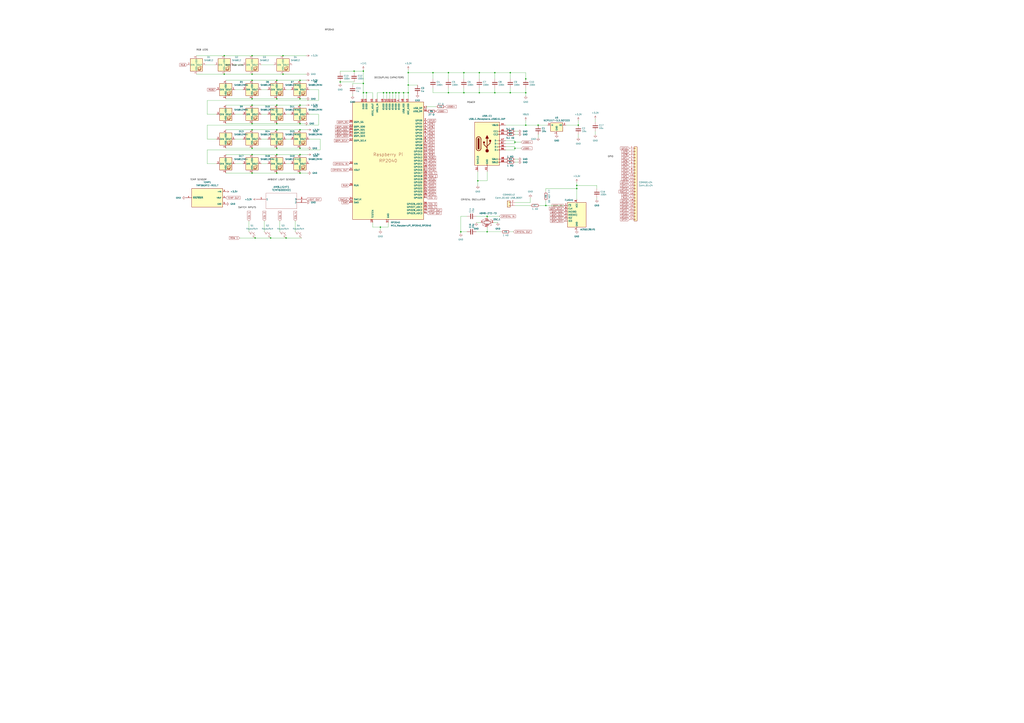
<source format=kicad_sch>
(kicad_sch (version 20231120) (generator "eeschema") (generator_version "8.0")
  (paper "A1")
  (junction (at 378.46 190.5))
  (junction (at 207.01 106.68))
  (junction (at 419.1 76.2))
  (junction (at 314.96 76.2))
  (junction (at 234.95 195.58))
  (junction (at 227.33 86.36))
  (junction (at 207.01 60.96))
  (junction (at 335.28 69.85))
  (junction (at 298.45 76.2))
  (junction (at 335.28 76.2))
  (junction (at 227.33 66.04))
  (junction (at 392.43 148.59))
  (junction (at 312.42 186.69))
  (junction (at 393.7 76.2))
  (junction (at 246.38 86.36))
  (junction (at 473.71 154.94))
  (junction (at 227.33 142.24))
  (junction (at 184.15 45.72))
  (junction (at 381 59.69))
  (junction (at 325.12 76.2))
  (junction (at 300.99 76.2))
  (junction (at 207.01 121.92))
  (junction (at 322.58 76.2))
  (junction (at 246.38 81.28))
  (junction (at 422.91 116.84))
  (junction (at 431.8 64.77))
  (junction (at 298.45 58.42))
  (junction (at 335.28 59.69))
  (junction (at 406.4 76.2))
  (junction (at 184.15 60.96))
  (junction (at 207.01 45.72))
  (junction (at 227.33 127))
  (junction (at 227.33 121.92))
  (junction (at 246.38 106.68))
  (junction (at 419.1 59.69))
  (junction (at 227.33 81.28))
  (junction (at 207.01 86.36))
  (junction (at 431.8 76.2))
  (junction (at 393.7 59.69))
  (junction (at 207.01 81.28))
  (junction (at 327.66 76.2))
  (junction (at 227.33 106.68))
  (junction (at 246.38 127))
  (junction (at 246.38 121.92))
  (junction (at 317.5 76.2))
  (junction (at 232.41 60.96))
  (junction (at 209.55 195.58))
  (junction (at 381 76.2))
  (junction (at 227.33 101.6))
  (junction (at 246.38 66.04))
  (junction (at 441.96 102.87))
  (junction (at 368.3 76.2))
  (junction (at 298.45 68.58))
  (junction (at 400.05 177.8))
  (junction (at 232.41 45.72))
  (junction (at 207.01 66.04))
  (junction (at 448.31 168.91))
  (junction (at 422.91 121.92))
  (junction (at 431.8 102.87))
  (junction (at 331.47 76.2))
  (junction (at 279.4 67.31))
  (junction (at 400.05 190.5))
  (junction (at 207.01 142.24))
  (junction (at 474.98 102.87))
  (junction (at 222.25 195.58))
  (junction (at 355.6 59.69))
  (junction (at 246.38 142.24))
  (junction (at 207.01 101.6))
  (junction (at 473.71 152.4))
  (junction (at 368.3 59.69))
  (junction (at 320.04 76.2))
  (junction (at 207.01 127))
  (junction (at 246.38 101.6))
  (junction (at 290.83 58.42))
  (junction (at 406.4 59.69))
  (wire (pts (xy 419.1 59.69) (xy 419.1 64.77)))
  (wire (pts (xy 279.4 67.31) (xy 290.83 67.31)))
  (wire (pts (xy 298.45 68.58) (xy 298.45 76.2)))
  (wire (pts (xy 207.01 142.24) (xy 227.33 142.24)))
  (wire (pts (xy 290.83 58.42) (xy 298.45 58.42)))
  (wire (pts (xy 193.04 73.66) (xy 199.39 73.66)))
  (wire (pts (xy 393.7 72.39) (xy 393.7 76.2)))
  (wire (pts (xy 488.95 107.95) (xy 488.95 110.49)))
  (wire (pts (xy 435.61 162.56) (xy 435.61 166.37)))
  (wire (pts (xy 170.18 114.3) (xy 177.8 114.3)))
  (wire (pts (xy 425.45 130.81) (xy 422.91 130.81)))
  (wire (pts (xy 325.12 76.2) (xy 327.66 76.2)))
  (wire (pts (xy 234.95 134.62) (xy 238.76 134.62)))
  (wire (pts (xy 443.23 168.91) (xy 448.31 168.91)))
  (wire (pts (xy 474.98 113.03) (xy 474.98 110.49)))
  (wire (pts (xy 246.38 121.92) (xy 252.73 121.92)))
  (wire (pts (xy 309.88 81.28) (xy 309.88 76.2)))
  (wire (pts (xy 234.95 93.98) (xy 238.76 93.98)))
  (wire (pts (xy 391.16 177.8) (xy 400.05 177.8)))
  (wire (pts (xy 298.45 57.15) (xy 298.45 58.42)))
  (wire (pts (xy 279.4 58.42) (xy 290.83 58.42)))
  (wire (pts (xy 318.77 182.88) (xy 318.77 186.69)))
  (wire (pts (xy 170.18 93.98) (xy 177.8 93.98)))
  (wire (pts (xy 214.63 53.34) (xy 224.79 53.34)))
  (wire (pts (xy 193.04 93.98) (xy 199.39 93.98)))
  (wire (pts (xy 400.05 140.97) (xy 400.05 148.59)))
  (wire (pts (xy 448.31 165.1) (xy 448.31 168.91)))
  (wire (pts (xy 261.62 82.55) (xy 170.18 82.55)))
  (wire (pts (xy 161.29 60.96) (xy 184.15 60.96)))
  (wire (pts (xy 381 72.39) (xy 381 76.2)))
  (wire (pts (xy 405.13 182.88) (xy 408.94 182.88)))
  (wire (pts (xy 419.1 72.39) (xy 419.1 76.2)))
  (wire (pts (xy 227.33 66.04) (xy 246.38 66.04)))
  (wire (pts (xy 441.96 102.87) (xy 449.58 102.87)))
  (wire (pts (xy 318.77 186.69) (xy 312.42 186.69)))
  (wire (pts (xy 306.07 81.28) (xy 306.07 76.2)))
  (wire (pts (xy 488.95 97.79) (xy 488.95 100.33)))
  (wire (pts (xy 355.6 76.2) (xy 368.3 76.2)))
  (wire (pts (xy 448.31 157.48) (xy 448.31 154.94)))
  (wire (pts (xy 368.3 59.69) (xy 381 59.69)))
  (wire (pts (xy 209.55 195.58) (xy 222.25 195.58)))
  (wire (pts (xy 246.38 101.6) (xy 250.19 101.6)))
  (wire (pts (xy 185.42 81.28) (xy 207.01 81.28)))
  (wire (pts (xy 422.91 168.91) (xy 435.61 168.91)))
  (wire (pts (xy 170.18 82.55) (xy 170.18 93.98)))
  (wire (pts (xy 184.15 60.96) (xy 207.01 60.96)))
  (wire (pts (xy 391.16 182.88) (xy 394.97 182.88)))
  (wire (pts (xy 427.99 121.92) (xy 422.91 121.92)))
  (wire (pts (xy 227.33 86.36) (xy 246.38 86.36)))
  (wire (pts (xy 368.3 76.2) (xy 381 76.2)))
  (wire (pts (xy 314.96 76.2) (xy 317.5 76.2)))
  (wire (pts (xy 431.8 102.87) (xy 441.96 102.87)))
  (wire (pts (xy 431.8 64.77) (xy 431.8 66.04)))
  (wire (pts (xy 185.42 106.68) (xy 207.01 106.68)))
  (wire (pts (xy 422.91 115.57) (xy 422.91 116.84)))
  (wire (pts (xy 331.47 76.2) (xy 335.28 76.2)))
  (wire (pts (xy 392.43 148.59) (xy 392.43 152.4)))
  (wire (pts (xy 427.99 116.84) (xy 422.91 116.84)))
  (wire (pts (xy 400.05 186.69) (xy 400.05 190.5)))
  (wire (pts (xy 193.04 134.62) (xy 199.39 134.62)))
  (wire (pts (xy 229.87 181.61) (xy 229.87 190.5)))
  (wire (pts (xy 227.33 81.28) (xy 246.38 81.28)))
  (wire (pts (xy 207.01 66.04) (xy 227.33 66.04)))
  (wire (pts (xy 214.63 134.62) (xy 219.71 134.62)))
  (wire (pts (xy 474.98 99.06) (xy 474.98 102.87)))
  (wire (pts (xy 306.07 182.88) (xy 306.07 186.69)))
  (wire (pts (xy 306.07 76.2) (xy 300.99 76.2)))
  (wire (pts (xy 431.8 99.06) (xy 431.8 102.87)))
  (wire (pts (xy 207.01 60.96) (xy 232.41 60.96)))
  (wire (pts (xy 355.6 59.69) (xy 368.3 59.69)))
  (wire (pts (xy 422.91 116.84) (xy 422.91 118.11)))
  (wire (pts (xy 234.95 114.3) (xy 238.76 114.3)))
  (wire (pts (xy 322.58 76.2) (xy 325.12 76.2)))
  (wire (pts (xy 368.3 59.69) (xy 368.3 64.77)))
  (wire (pts (xy 196.85 195.58) (xy 209.55 195.58)))
  (wire (pts (xy 262.89 123.19) (xy 170.18 123.19)))
  (wire (pts (xy 298.45 58.42) (xy 298.45 68.58)))
  (wire (pts (xy 191.77 53.34) (xy 199.39 53.34)))
  (wire (pts (xy 246.38 127) (xy 252.73 127)))
  (wire (pts (xy 490.22 163.83) (xy 490.22 162.56)))
  (wire (pts (xy 214.63 93.98) (xy 219.71 93.98)))
  (wire (pts (xy 246.38 66.04) (xy 251.46 66.04)))
  (wire (pts (xy 314.96 76.2) (xy 314.96 81.28)))
  (wire (pts (xy 473.71 152.4) (xy 473.71 154.94)))
  (wire (pts (xy 222.25 195.58) (xy 234.95 195.58)))
  (wire (pts (xy 193.04 114.3) (xy 199.39 114.3)))
  (wire (pts (xy 317.5 76.2) (xy 320.04 76.2)))
  (wire (pts (xy 415.29 102.87) (xy 431.8 102.87)))
  (wire (pts (xy 425.45 110.49) (xy 422.91 110.49)))
  (wire (pts (xy 335.28 59.69) (xy 335.28 69.85)))
  (wire (pts (xy 419.1 190.5) (xy 421.64 190.5)))
  (wire (pts (xy 335.28 76.2) (xy 335.28 81.28)))
  (wire (pts (xy 207.01 86.36) (xy 227.33 86.36)))
  (wire (pts (xy 207.01 45.72) (xy 232.41 45.72)))
  (wire (pts (xy 448.31 168.91) (xy 463.55 168.91)))
  (wire (pts (xy 378.46 177.8) (xy 378.46 190.5)))
  (wire (pts (xy 185.42 127) (xy 207.01 127)))
  (wire (pts (xy 207.01 101.6) (xy 227.33 101.6)))
  (wire (pts (xy 393.7 76.2) (xy 406.4 76.2)))
  (wire (pts (xy 298.45 68.58) (xy 289.56 68.58)))
  (wire (pts (xy 400.05 177.8) (xy 400.05 179.07)))
  (wire (pts (xy 325.12 76.2) (xy 325.12 81.28)))
  (wire (pts (xy 170.18 123.19) (xy 170.18 134.62)))
  (wire (pts (xy 214.63 73.66) (xy 219.71 73.66)))
  (wire (pts (xy 490.22 152.4) (xy 490.22 154.94)))
  (wire (pts (xy 392.43 140.97) (xy 392.43 148.59)))
  (wire (pts (xy 355.6 59.69) (xy 355.6 64.77)))
  (wire (pts (xy 242.57 181.61) (xy 242.57 190.5)))
  (wire (pts (xy 207.01 121.92) (xy 227.33 121.92)))
  (wire (pts (xy 204.47 181.61) (xy 204.47 190.5)))
  (wire (pts (xy 335.28 69.85) (xy 342.9 69.85)))
  (wire (pts (xy 312.42 189.23) (xy 312.42 186.69)))
  (wire (pts (xy 306.07 186.69) (xy 312.42 186.69)))
  (wire (pts (xy 441.96 113.03) (xy 441.96 110.49)))
  (wire (pts (xy 422.91 121.92) (xy 422.91 123.19)))
  (wire (pts (xy 254 93.98) (xy 261.62 93.98)))
  (wire (pts (xy 279.4 67.31) (xy 279.4 68.58)))
  (wire (pts (xy 207.01 106.68) (xy 227.33 106.68)))
  (wire (pts (xy 298.45 76.2) (xy 298.45 81.28)))
  (wire (pts (xy 378.46 190.5) (xy 378.46 191.77)))
  (wire (pts (xy 246.38 106.68) (xy 252.73 106.68)))
  (wire (pts (xy 290.83 58.42) (xy 290.83 59.69)))
  (wire (pts (xy 254 114.3) (xy 262.89 114.3)))
  (wire (pts (xy 448.31 154.94) (xy 473.71 154.94)))
  (wire (pts (xy 184.15 45.72) (xy 207.01 45.72)))
  (wire (pts (xy 300.99 76.2) (xy 298.45 76.2)))
  (wire (pts (xy 422.91 123.19) (xy 415.29 123.19)))
  (wire (pts (xy 185.42 86.36) (xy 207.01 86.36)))
  (wire (pts (xy 168.91 53.34) (xy 176.53 53.34)))
  (wire (pts (xy 227.33 142.24) (xy 246.38 142.24)))
  (wire (pts (xy 422.91 120.65) (xy 422.91 121.92)))
  (wire (pts (xy 415.29 115.57) (xy 422.91 115.57)))
  (wire (pts (xy 217.17 181.61) (xy 217.17 190.5)))
  (wire (pts (xy 161.29 45.72) (xy 184.15 45.72)))
  (wire (pts (xy 431.8 59.69) (xy 431.8 64.77)))
  (wire (pts (xy 431.8 72.39) (xy 431.8 76.2)))
  (wire (pts (xy 234.95 73.66) (xy 238.76 73.66)))
  (wire (pts (xy 393.7 59.69) (xy 406.4 59.69)))
  (wire (pts (xy 335.28 69.85) (xy 335.28 76.2)))
  (wire (pts (xy 327.66 76.2) (xy 331.47 76.2)))
  (wire (pts (xy 431.8 78.74) (xy 431.8 76.2)))
  (wire (pts (xy 355.6 72.39) (xy 355.6 76.2)))
  (wire (pts (xy 406.4 59.69) (xy 406.4 64.77)))
  (wire (pts (xy 391.16 190.5) (xy 400.05 190.5)))
  (wire (pts (xy 246.38 86.36) (xy 251.46 86.36)))
  (wire (pts (xy 473.71 152.4) (xy 490.22 152.4)))
  (wire (pts (xy 227.33 106.68) (xy 246.38 106.68)))
  (wire (pts (xy 246.38 142.24) (xy 252.73 142.24)))
  (wire (pts (xy 400.05 148.59) (xy 392.43 148.59)))
  (wire (pts (xy 261.62 102.87) (xy 170.18 102.87)))
  (wire (pts (xy 320.04 76.2) (xy 320.04 81.28)))
  (wire (pts (xy 415.29 120.65) (xy 422.91 120.65)))
  (wire (pts (xy 422.91 118.11) (xy 415.29 118.11)))
  (wire (pts (xy 317.5 76.2) (xy 317.5 81.28)))
  (wire (pts (xy 331.47 76.2) (xy 331.47 81.28)))
  (wire (pts (xy 289.56 68.58) (xy 289.56 69.85)))
  (wire (pts (xy 368.3 72.39) (xy 368.3 76.2)))
  (wire (pts (xy 473.71 149.86) (xy 473.71 152.4)))
  (wire (pts (xy 406.4 72.39) (xy 406.4 76.2)))
  (wire (pts (xy 279.4 58.42) (xy 279.4 59.69)))
  (wire (pts (xy 378.46 190.5) (xy 383.54 190.5)))
  (wire (pts (xy 234.95 195.58) (xy 247.65 195.58)))
  (wire (pts (xy 262.89 114.3) (xy 262.89 123.19)))
  (wire (pts (xy 381 76.2) (xy 393.7 76.2)))
  (wire (pts (xy 335.28 57.15) (xy 335.28 59.69)))
  (wire (pts (xy 464.82 102.87) (xy 474.98 102.87)))
  (wire (pts (xy 309.88 76.2) (xy 314.96 76.2)))
  (wire (pts (xy 322.58 76.2) (xy 322.58 81.28)))
  (wire (pts (xy 473.71 154.94) (xy 473.71 163.83)))
  (wire (pts (xy 350.52 87.63) (xy 350.52 88.9)))
  (wire (pts (xy 261.62 93.98) (xy 261.62 102.87)))
  (wire (pts (xy 261.62 73.66) (xy 261.62 82.55)))
  (wire (pts (xy 358.14 87.63) (xy 350.52 87.63)))
  (wire (pts (xy 327.66 76.2) (xy 327.66 81.28)))
  (wire (pts (xy 335.28 59.69) (xy 355.6 59.69)))
  (wire (pts (xy 254 73.66) (xy 261.62 73.66)))
  (wire (pts (xy 289.56 78.74) (xy 289.56 77.47)))
  (wire (pts (xy 227.33 121.92) (xy 246.38 121.92)))
  (wire (pts (xy 185.42 101.6) (xy 207.01 101.6)))
  (wire (pts (xy 383.54 177.8) (xy 378.46 177.8)))
  (wire (pts (xy 185.42 121.92) (xy 207.01 121.92)))
  (wire (pts (xy 406.4 76.2) (xy 419.1 76.2)))
  (wire (pts (xy 320.04 76.2) (xy 322.58 76.2)))
  (wire (pts (xy 170.18 134.62) (xy 177.8 134.62)))
  (wire (pts (xy 419.1 59.69) (xy 431.8 59.69)))
  (wire (pts (xy 381 59.69) (xy 381 64.77)))
  (wire (pts (xy 227.33 101.6) (xy 246.38 101.6)))
  (wire (pts (xy 406.4 59.69) (xy 419.1 59.69)))
  (wire (pts (xy 425.45 107.95) (xy 422.91 107.95)))
  (wire (pts (xy 419.1 76.2) (xy 431.8 76.2)))
  (wire (pts (xy 422.91 166.37) (xy 435.61 166.37)))
  (wire (pts (xy 207.01 127) (xy 227.33 127)))
  (wire (pts (xy 207.01 81.28) (xy 227.33 81.28)))
  (wire (pts (xy 232.41 45.72) (xy 251.46 45.72)))
  (wire (pts (xy 246.38 81.28) (xy 251.46 81.28)))
  (wire (pts (xy 381 59.69) (xy 393.7 59.69)))
  (wire (pts (xy 227.33 127) (xy 246.38 127)))
  (wire (pts (xy 214.63 114.3) (xy 219.71 114.3)))
  (wire (pts (xy 393.7 59.69) (xy 393.7 64.77)))
  (wire (pts (xy 400.05 177.8) (xy 410.21 177.8)))
  (wire (pts (xy 425.45 133.35) (xy 422.91 133.35)))
  (wire (pts (xy 232.41 60.96) (xy 251.46 60.96)))
  (wire (pts (xy 400.05 190.5) (xy 411.48 190.5)))
  (wire (pts (xy 300.99 76.2) (xy 300.99 81.28)))
  (wire (pts (xy 185.42 142.24) (xy 207.01 142.24)))
  (wire (pts (xy 170.18 102.87) (xy 170.18 114.3)))
  (wire (pts (xy 185.42 66.04) (xy 207.01 66.04)))
  (label "SWITCH INPUTS" (at 195.58 171.45 0))
  (label "GPIO" (at 499.11 129.54 0))
  (label "MINI RGB LEDS" (at 185.42 54.61 0))
  (label "TEMP SENSOR" (at 156.21 148.59 0))
  (label "RP2040" (at 266.7 25.4 0))
  (label "RGB LEDS" (at 161.29 41.91 0))
  (label "DECOUPLING CAPACITORS" (at 307.34 64.77 0))
  (label "CRYSTAL OSCILLATOR" (at 378.46 165.1 0))
  (label "FLASH" (at 416.56 148.59 0))
  (label "AMBIENT LIGHT SENSOR" (at 219.71 148.59 0))
  (label "POWER" (at 383.54 85.09 0))
  (global_label "GP8" (shape input) (at 350.52 104.14 0) (property "Intersheetrefs" "${INTERSHEET_REFS}" (effects (hide yes))))
  (global_label "GP5" (shape input) (at 516.89 134.62 180) (property "Intersheetrefs" "${INTERSHEET_REFS}" (effects (hide yes))))
  (global_label "QSPI_SD1" (shape input) (at 463.55 176.53 180) (property "Intersheetrefs" "${INTERSHEET_REFS}" (effects (hide yes))))
  (global_label "GP13" (shape input) (at 516.89 149.86 180) (property "Intersheetrefs" "${INTERSHEET_REFS}" (effects (hide yes))))
  (global_label "QSPI_SCLK" (shape input) (at 287.02 115.57 180) (property "Intersheetrefs" "${INTERSHEET_REFS}" (effects (hide yes))))
  (global_label "RGB" (shape input) (at 350.52 127 0) (property "Intersheetrefs" "${INTERSHEET_REFS}" (effects (hide yes))))
  (global_label "GP24" (shape input) (at 350.52 160.02 0) (property "Intersheetrefs" "${INTERSHEET_REFS}" (effects (hide yes))))
  (global_label "GP13" (shape input) (at 350.52 132.08 0) (property "Intersheetrefs" "${INTERSHEET_REFS}" (effects (hide yes))))
  (global_label "GP3" (shape input) (at 516.89 139.7 180) (property "Intersheetrefs" "${INTERSHEET_REFS}" (effects (hide yes))))
  (global_label "GP14" (shape input) (at 516.89 152.4 180) (property "Intersheetrefs" "${INTERSHEET_REFS}" (effects (hide yes))))
  (global_label "SWCLK" (shape input) (at 516.89 157.48 180) (property "Intersheetrefs" "${INTERSHEET_REFS}" (effects (hide yes))))
  (global_label "GP0" (shape input) (at 516.89 147.32 180) (property "Intersheetrefs" "${INTERSHEET_REFS}" (effects (hide yes))))
  (global_label "GP1" (shape input) (at 516.89 144.78 180) (property "Intersheetrefs" "${INTERSHEET_REFS}" (effects (hide yes))))
  (global_label "COL 2" (shape input) (at 217.17 181.61 90) (property "Intersheetrefs" "${INTERSHEET_REFS}" (effects (hide yes))))
  (global_label "QSPI_SD2" (shape input) (at 287.02 109.22 180) (property "Intersheetrefs" "${INTERSHEET_REFS}" (effects (hide yes))))
  (global_label "GP4" (shape input) (at 516.89 137.16 180) (property "Intersheetrefs" "${INTERSHEET_REFS}" (effects (hide yes))))
  (global_label "GP23" (shape input) (at 516.89 177.8 180) (property "Intersheetrefs" "${INTERSHEET_REFS}" (effects (hide yes))))
  (global_label "COL 4" (shape input) (at 242.57 181.61 90) (property "Intersheetrefs" "${INTERSHEET_REFS}" (effects (hide yes))))
  (global_label "GP21" (shape input) (at 350.52 152.4 0) (property "Intersheetrefs" "${INTERSHEET_REFS}" (effects (hide yes))))
  (global_label "GP23" (shape input) (at 350.52 157.48 0) (property "Intersheetrefs" "${INTERSHEET_REFS}" (effects (hide yes))))
  (global_label "QSPI_SD3" (shape input) (at 287.02 111.76 180) (property "Intersheetrefs" "${INTERSHEET_REFS}" (effects (hide yes))))
  (global_label "SWD" (shape input) (at 516.89 160.02 180) (property "Intersheetrefs" "${INTERSHEET_REFS}" (effects (hide yes))))
  (global_label "SWCLK" (shape input) (at 287.02 163.83 180) (property "Intersheetrefs" "${INTERSHEET_REFS}" (effects (hide yes))))
  (global_label "LIGHT OUT" (shape input) (at 350.52 172.72 0) (property "Intersheetrefs" "${INTERSHEET_REFS}" (effects (hide yes))))
  (global_label "GP16" (shape input) (at 516.89 165.1 180) (property "Intersheetrefs" "${INTERSHEET_REFS}" (effects (hide yes))))
  (global_label "GP2" (shape input) (at 350.52 119.38 0) (property "Intersheetrefs" "${INTERSHEET_REFS}" (effects (hide yes))))
  (global_label "GP19" (shape input) (at 516.89 167.64 180) (property "Intersheetrefs" "${INTERSHEET_REFS}" (effects (hide yes))))
  (global_label "COL 1" (shape input) (at 204.47 181.61 90) (property "Intersheetrefs" "${INTERSHEET_REFS}" (effects (hide yes))))
  (global_label "GP9" (shape input) (at 516.89 124.46 180) (property "Intersheetrefs" "${INTERSHEET_REFS}" (effects (hide yes))))
  (global_label "COL 1" (shape input) (at 350.52 142.24 0) (property "Intersheetrefs" "${INTERSHEET_REFS}" (effects (hide yes))))
  (global_label "GP3" (shape input) (at 350.52 116.84 0) (property "Intersheetrefs" "${INTERSHEET_REFS}" (effects (hide yes))))
  (global_label "TEMP OUT" (shape input) (at 350.52 175.26 0) (property "Intersheetrefs" "${INTERSHEET_REFS}" (effects (hide yes))))
  (global_label "GP20" (shape input) (at 516.89 170.18 180) (property "Intersheetrefs" "${INTERSHEET_REFS}" (effects (hide yes))))
  (global_label "QSPI_SS" (shape input) (at 463.55 168.91 180) (property "Intersheetrefs" "${INTERSHEET_REFS}" (effects (hide yes))))
  (global_label "GP2" (shape input) (at 516.89 142.24 180) (property "Intersheetrefs" "${INTERSHEET_REFS}" (effects (hide yes))))
  (global_label "RUN" (shape input) (at 516.89 162.56 180) (property "Intersheetrefs" "${INTERSHEET_REFS}" (effects (hide yes))))
  (global_label "RUN" (shape input) (at 287.02 152.4 180) (property "Intersheetrefs" "${INTERSHEET_REFS}" (effects (hide yes))))
  (global_label "GP5" (shape input) (at 350.52 111.76 0) (property "Intersheetrefs" "${INTERSHEET_REFS}" (effects (hide yes))))
  (global_label "QSPI_SS" (shape input) (at 287.02 100.33 180) (property "Intersheetrefs" "${INTERSHEET_REFS}" (effects (hide yes))))
  (global_label "LIGHT OUT" (shape input) (at 251.46 163.83 0) (property "Intersheetrefs" "${INTERSHEET_REFS}" (effects (hide yes))))
  (global_label "GP15" (shape input) (at 350.52 137.16 0) (property "Intersheetrefs" "${INTERSHEET_REFS}" (effects (hide yes))))
  (global_label "SWD" (shape input) (at 287.02 166.37 180) (property "Intersheetrefs" "${INTERSHEET_REFS}" (effects (hide yes))))
  (global_label "TEMP OUT" (shape input) (at 185.42 162.56 0) (property "Intersheetrefs" "${INTERSHEET_REFS}" (effects (hide yes))))
  (global_label "CRYSTAL OUT" (shape input) (at 421.64 190.5 0) (property "Intersheetrefs" "${INTERSHEET_REFS}" (effects (hide yes))))
  (global_label "QSPI_SD2" (shape input) (at 463.55 179.07 180) (property "Intersheetrefs" "${INTERSHEET_REFS}" (effects (hide yes))))
  (global_label "RGB" (shape input) (at 153.67 53.34 180) (property "Intersheetrefs" "${INTERSHEET_REFS}" (effects (hide yes))))
  (global_label "GP15" (shape input) (at 516.89 154.94 180) (property "Intersheetrefs" "${INTERSHEET_REFS}" (effects (hide yes))))
  (global_label "USBD+" (shape input) (at 365.76 87.63 0) (property "Intersheetrefs" "${INTERSHEET_REFS}" (effects (hide yes))))
  (global_label "GP16" (shape input) (at 350.52 139.7 0) (property "Intersheetrefs" "${INTERSHEET_REFS}" (effects (hide yes))))
  (global_label "ROW 1" (shape input) (at 350.52 144.78 0) (property "Intersheetrefs" "${INTERSHEET_REFS}" (effects (hide yes))))
  (global_label "GP7" (shape input) (at 350.52 106.68 0) (property "Intersheetrefs" "${INTERSHEET_REFS}" (effects (hide yes))))
  (global_label "GP8" (shape input) (at 516.89 127 180) (property "Intersheetrefs" "${INTERSHEET_REFS}" (effects (hide yes))))
  (global_label "CRYSTAL IN" (shape input) (at 410.21 177.8 0) (property "Intersheetrefs" "${INTERSHEET_REFS}" (effects (hide yes))))
  (global_label "QSPI_SD1" (shape input) (at 287.02 106.68 180) (property "Intersheetrefs" "${INTERSHEET_REFS}" (effects (hide yes))))
  (global_label "GP0" (shape input) (at 350.52 124.46 0) (property "Intersheetrefs" "${INTERSHEET_REFS}" (effects (hide yes))))
  (global_label "GP7" (shape input) (at 516.89 129.54 180) (property "Intersheetrefs" "${INTERSHEET_REFS}" (effects (hide yes))))
  (global_label "QSPI_SD0" (shape input) (at 463.55 173.99 180) (property "Intersheetrefs" "${INTERSHEET_REFS}" (effects (hide yes))))
  (global_label "GP19" (shape input) (at 350.52 147.32 0) (property "Intersheetrefs" "${INTERSHEET_REFS}" (effects (hide yes))))
  (global_label "GP1" (shape input) (at 350.52 121.92 0) (property "Intersheetrefs" "${INTERSHEET_REFS}" (effects (hide yes))))
  (global_label "GP10" (shape input) (at 350.52 99.06 0) (property "Intersheetrefs" "${INTERSHEET_REFS}" (effects (hide yes))))
  (global_label "COL 3" (shape input) (at 350.52 167.64 0) (property "Intersheetrefs" "${INTERSHEET_REFS}" (effects (hide yes))))
  (global_label "ROW 1" (shape input) (at 196.85 195.58 180) (property "Intersheetrefs" "${INTERSHEET_REFS}" (effects (hide yes))))
  (global_label "COL 4" (shape input) (at 350.52 170.18 0) (property "Intersheetrefs" "${INTERSHEET_REFS}" (effects (hide yes))))
  (global_label "GP20" (shape input) (at 350.52 149.86 0) (property "Intersheetrefs" "${INTERSHEET_REFS}" (effects (hide yes))))
  (global_label "USBD-" (shape input) (at 427.99 121.92 0) (property "Intersheetrefs" "${INTERSHEET_REFS}" (effects (hide yes))))
  (global_label "GP9" (shape input) (at 350.52 101.6 0) (property "Intersheetrefs" "${INTERSHEET_REFS}" (effects (hide yes))))
  (global_label "CRYSTAL IN" (shape input) (at 287.02 134.62 180) (property "Intersheetrefs" "${INTERSHEET_REFS}" (effects (hide yes))))
  (global_label "QSPI_SD3" (shape input) (at 463.55 181.61 180) (property "Intersheetrefs" "${INTERSHEET_REFS}" (effects (hide yes))))
  (global_label "GP14" (shape input) (at 350.52 134.62 0) (property "Intersheetrefs" "${INTERSHEET_REFS}" (effects (hide yes))))
  (global_label "GP22" (shape input) (at 516.89 175.26 180) (property "Intersheetrefs" "${INTERSHEET_REFS}" (effects (hide yes))))
  (global_label "QSPI_SCLK" (shape input) (at 463.55 171.45 180) (property "Intersheetrefs" "${INTERSHEET_REFS}" (effects (hide yes))))
  (global_label "GP22" (shape input) (at 350.52 154.94 0) (property "Intersheetrefs" "${INTERSHEET_REFS}" (effects (hide yes))))
  (global_label "GP21" (shape input) (at 516.89 172.72 180) (property "Intersheetrefs" "${INTERSHEET_REFS}" (effects (hide yes))))
  (global_label "RGB2" (shape input) (at 350.52 129.54 0) (property "Intersheetrefs" "${INTERSHEET_REFS}" (effects (hide yes))))
  (global_label "GP6" (shape input) (at 516.89 132.08 180) (property "Intersheetrefs" "${INTERSHEET_REFS}" (effects (hide yes))))
  (global_label "GP6" (shape input) (at 350.52 109.22 0) (property "Intersheetrefs" "${INTERSHEET_REFS}" (effects (hide yes))))
  (global_label "QSPI_SD0" (shape input) (at 287.02 104.14 180) (property "Intersheetrefs" "${INTERSHEET_REFS}" (effects (hide yes))))
  (global_label "GP10" (shape input) (at 516.89 121.92 180) (property "Intersheetrefs" "${INTERSHEET_REFS}" (effects (hide yes))))
  (global_label "USBD-" (shape input) (at 358.14 91.44 0) (property "Intersheetrefs" "${INTERSHEET_REFS}" (effects (hide yes))))
  (global_label "CRYSTAL OUT" (shape input) (at 287.02 139.7 180) (property "Intersheetrefs" "${INTERSHEET_REFS}" (effects (hide yes))))
  (global_label "USBD+" (shape input) (at 427.99 116.84 0) (property "Intersheetrefs" "${INTERSHEET_REFS}" (effects (hide yes))))
  (global_label "RGB2" (shape input) (at 177.8 73.66 180) (property "Intersheetrefs" "${INTERSHEET_REFS}" (effects (hide yes))))
  (global_label "GP24" (shape input) (at 516.89 180.34 180) (property "Intersheetrefs" "${INTERSHEET_REFS}" (effects (hide yes))))
  (global_label "COL 3" (shape input) (at 229.87 181.61 90) (property "Intersheetrefs" "${INTERSHEET_REFS}" (effects (hide yes))))
  (global_label "COL 2" (shape input) (at 350.52 162.56 0) (property "Intersheetrefs" "${INTERSHEET_REFS}" (effects (hide yes))))
  (global_label "GP4" (shape input) (at 350.52 114.3 0) (property "Intersheetrefs" "${INTERSHEET_REFS}" (effects (hide yes))))
  (symbol (lib_id "power:GND") (at 488.95 110.49 0) (unit 1)
    (property "Reference" "#PWR041" (effects (hide yes)))
    (property "Value" "GND" (at 488.95 115.57 0))
    (property "Description" "Power symbol creates a global label with name \"GND\" , ground" (effects (hide yes)))
  )
  (symbol (lib_id "Device:C") (at 381 68.58 0) (unit 1)
    (property "Reference" "C6" (at 383.921 67.4116 0) (effects (justify left)))
    (property "Value" "100n" (at 383.921 69.723 0) (effects (justify left)))
    (property "Footprint" "Capacitor_SMD:C_0402_1005Metric" (effects (hide yes)))
  )
  (symbol (lib_id "RP2040_minimal_r2-cache:MCU_RaspberryPi_RP2040_RP2040") (at 318.77 132.08 0) (unit 1)
    (property "Reference" "RP2040" (at 320.9641 182.88 0) (effects (justify left)))
    (property "Value" "MCU_RaspberryPi_RP2040_RP2040" (at 320.9641 185.42 0) (effects (justify left)))
    (property "Footprint" "RP2040_minimal_r2:RP2040-QFN-56" (effects (hide yes)))
  )
  (symbol (lib_id "power:+3.3V") (at 473.71 149.86 0) (unit 1)
    (property "Reference" "#PWR031" (effects (hide yes)))
    (property "Value" "+3.3V" (at 473.71 144.78 0))
    (property "Description" "Power symbol creates a global label with name \"+3.3V\"" (effects (hide yes)))
  )
  (symbol (lib_id "power:+1V1") (at 298.45 57.15 0) (unit 1)
    (property "Reference" "#PWR024" (effects (hide yes)))
    (property "Value" "+1V1" (at 298.45 52.07 0))
    (property "Description" "Power symbol creates a global label with name \"+1V1\"" (effects (hide yes)))
  )
  (symbol (lib_id "Regulator_Linear:NCP1117-3.3_SOT223") (at 457.2 102.87 0) (unit 1)
    (property "Reference" "U5" (at 457.2 96.7232 0))
    (property "Value" "NCP1117-3.3_SOT223" (at 457.2 99.0346 0))
    (property "Footprint" "Package_TO_SOT_SMD:SOT-223-3_TabPin2" (effects (hide yes)))
    (property "Datasheet" "http://www.onsemi.com/pub_link/Collateral/NCP1117-D.PDF" (effects (hide yes)))
  )
  (symbol (lib_id "Device:R") (at 448.31 161.29 180) (unit 1)
    (property "Reference" "R8" (at 448.31 161.29 90))
    (property "Value" "DO NOT FIT" (at 451.104 161.29 90))
    (property "Footprint" "Resistor_SMD:R_0402_1005Metric" (effects (hide yes)))
    (property "Description" "Resistor" (effects (hide yes)))
  )
  (symbol (lib_id "Memory_Flash:W25Q128JVS") (at 473.71 176.53 0) (unit 1)
    (property "Reference" "FLASH1" (at 467.36 164.465 0))
    (property "Value" "W25Q128JVS" (at 482.6 188.595 0))
    (property "Footprint" "Package_SO:SOIC-8_5.23x5.23mm_P1.27mm" (effects (hide yes)))
    (property "Datasheet" "http://www.winbond.com/resource-files/w25q128jv_dtr%20revc%2003272018%20plus.pdf" (effects (hide yes)))
  )
  (symbol (lib_id "power:+3.3V") (at 474.98 99.06 0) (unit 1)
    (property "Reference" "#PWR020" (effects (hide yes)))
    (property "Value" "+3.3V" (at 474.98 93.98 0))
    (property "Description" "Power symbol creates a global label with name \"+3.3V\"" (effects (hide yes)))
  )
  (symbol (lib_id "power:+3.3V") (at 252.73 106.68 270) (unit 1)
    (property "Reference" "#PWR036" (effects (hide yes)))
    (property "Value" "+3.3V" (at 256.54 106.6799 90) (effects (justify left)))
    (property "Description" "Power symbol creates a global label with name \"+3.3V\"" (effects (hide yes)))
  )
  (symbol (lib_id "Device:C") (at 290.83 63.5 0) (unit 1)
    (property "Reference" "C12" (at 293.751 62.3316 0) (effects (justify left)))
    (property "Value" "100n" (at 293.751 64.643 0) (effects (justify left)))
    (property "Footprint" "Capacitor_SMD:C_0402_1005Metric" (effects (hide yes)))
  )
  (symbol (lib_id "power:GND") (at 289.56 78.74 0) (unit 1)
    (property "Reference" "#PWR025" (effects (hide yes)))
    (property "Value" "GND" (at 289.56 83.82 0))
    (property "Description" "Power symbol creates a global label with name \"GND\" , ground" (effects (hide yes)))
  )
  (symbol (lib_id "LED:SK6812MINI") (at 227.33 114.3 0) (unit 1)
    (property "Reference" "D15" (at 240.03 107.9814 0))
    (property "Value" "SK6812MINI" (at 240.03 110.5214 0))
    (property "Footprint" "LED_SMD:LED_SK6812MINI_PLCC4_3.5x3.5mm_P1.75mm" (effects (hide yes)))
    (property "Datasheet" "https://cdn-shop.adafruit.com/product-files/2686/SK6812MINI_REV.01-1-2.pdf" (effects (hide yes)))
    (property "Description" "RGB LED with integrated controller" (effects (hide yes)))
  )
  (symbol (lib_id "LED:SK6812MINI") (at 246.38 134.62 0) (unit 1)
    (property "Reference" "D20" (at 259.08 128.3014 0))
    (property "Value" "SK6812MINI" (at 259.08 130.8414 0))
    (property "Footprint" "LED_SMD:LED_SK6812MINI_PLCC4_3.5x3.5mm_P1.75mm" (effects (hide yes)))
    (property "Datasheet" "https://cdn-shop.adafruit.com/product-files/2686/SK6812MINI_REV.01-1-2.pdf" (effects (hide yes)))
    (property "Description" "RGB LED with integrated controller" (effects (hide yes)))
  )
  (symbol (lib_id "LED:SK6812") (at 184.15 53.34 0) (unit 1)
    (property "Reference" "D2" (at 194.31 47.0214 0))
    (property "Value" "SK6812" (at 194.31 49.5614 0))
    (property "Footprint" "LED_SMD:LED_SK6812_PLCC4_5.0x5.0mm_P3.2mm" (effects (hide yes)))
    (property "Datasheet" "https://cdn-shop.adafruit.com/product-files/1138/SK6812+LED+datasheet+.pdf" (effects (hide yes)))
    (property "Description" "RGB LED with integrated controller" (effects (hide yes)))
  )
  (symbol (lib_id "LED:SK6812MINI") (at 227.33 93.98 0) (unit 1)
    (property "Reference" "D11" (at 240.03 87.6614 0))
    (property "Value" "SK6812MINI" (at 240.03 90.2014 0))
    (property "Footprint" "LED_SMD:LED_SK6812MINI_PLCC4_3.5x3.5mm_P1.75mm" (effects (hide yes)))
    (property "Datasheet" "https://cdn-shop.adafruit.com/product-files/2686/SK6812MINI_REV.01-1-2.pdf" (effects (hide yes)))
    (property "Description" "RGB LED with integrated controller" (effects (hide yes)))
  )
  (symbol (lib_id "power:+3.3V") (at 185.42 157.48 270) (unit 1)
    (property "Reference" "#PWR01" (effects (hide yes)))
    (property "Value" "+3.3V" (at 189.23 157.4799 90) (effects (justify left)))
    (property "Description" "Power symbol creates a global label with name \"+3.3V\"" (effects (hide yes)))
  )
  (symbol (lib_id "power:GND") (at 425.45 130.81 90) (unit 1)
    (property "Reference" "#PWR015" (effects (hide yes)))
    (property "Value" "GND" (at 429.26 130.8099 90) (effects (justify right)))
    (property "Description" "Power symbol creates a global label with name \"GND\" , ground" (effects (hide yes)))
  )
  (symbol (lib_id "power:GND") (at 252.73 142.24 90) (unit 1)
    (property "Reference" "#PWR039" (effects (hide yes)))
    (property "Value" "GND" (at 256.54 142.2399 90) (effects (justify right)))
    (property "Description" "Power symbol creates a global label with name \"GND\" , ground" (effects (hide yes)))
  )
  (symbol (lib_id "power:GND") (at 251.46 166.37 90) (unit 1)
    (property "Reference" "#PWR06" (effects (hide yes)))
    (property "Value" "GND" (at 255.27 166.3699 90) (effects (justify right)))
    (property "Description" "Power symbol creates a global label with name \"GND\" , ground" (effects (hide yes)))
  )
  (symbol (lib_id "power:GND") (at 441.96 113.03 0) (unit 1)
    (property "Reference" "#PWR018" (effects (hide yes)))
    (property "Value" "GND" (at 438.15 114.3 0))
  )
  (symbol (lib_id "power:GND") (at 392.43 152.4 0) (unit 1)
    (property "Reference" "#PWR012" (effects (hide yes)))
    (property "Value" "GND" (at 392.43 157.48 0))
    (property "Description" "Power symbol creates a global label with name \"GND\" , ground" (effects (hide yes)))
  )
  (symbol (lib_id "ScottoKeebs:Placeholder_Keyswitch") (at 232.41 193.04 0) (unit 1)
    (property "Reference" "S3" (at 232.41 185.42 0))
    (property "Value" "Keyswitch" (at 232.41 187.96 0))
    (property "Footprint" "ScottoKeebs_MX:MX_PCB_1.00u" (effects (hide yes)))
    (property "Description" "Push button switch, normally open, two pins, 45° tilted" (effects (hide yes)))
  )
  (symbol (lib_id "power:GND") (at 250.19 101.6 90) (unit 1)
    (property "Reference" "#PWR035" (effects (hide yes)))
    (property "Value" "GND" (at 254 101.5999 90) (effects (justify right)))
    (property "Description" "Power symbol creates a global label with name \"GND\" , ground" (effects (hide yes)))
  )
  (symbol (lib_id "power:GND") (at 457.2 110.49 0) (unit 1)
    (property "Reference" "#PWR019" (effects (hide yes)))
    (property "Value" "GND" (at 457.2 115.57 0))
    (property "Description" "Power symbol creates a global label with name \"GND\" , ground" (effects (hide yes)))
  )
  (symbol (lib_id "ScottoKeebs:Placeholder_Keyswitch") (at 219.71 193.04 0) (unit 1)
    (property "Reference" "S2" (at 219.71 185.42 0))
    (property "Value" "Keyswitch" (at 219.71 187.96 0))
    (property "Footprint" "ScottoKeebs_MX:MX_PCB_1.00u" (effects (hide yes)))
    (property "Description" "Push button switch, normally open, two pins, 45° tilted" (effects (hide yes)))
  )
  (symbol (lib_id "Device:R") (at 439.42 168.91 90) (unit 1)
    (property "Reference" "R7" (at 439.42 168.91 90))
    (property "Value" "1 kΩ" (at 439.42 171.704 90))
    (property "Footprint" "Resistor_SMD:R_0402_1005Metric" (effects (hide yes)))
    (property "Description" "Resistor" (effects (hide yes)))
  )
  (symbol (lib_id "ScottoKeebs:Placeholder_Keyswitch") (at 245.11 193.04 0) (unit 1)
    (property "Reference" "S4" (at 245.11 185.42 0))
    (property "Value" "Keyswitch" (at 245.11 187.96 0))
    (property "Footprint" "ScottoKeebs_MX:MX_PCB_1.00u" (effects (hide yes)))
    (property "Description" "Push button switch, normally open, two pins, 45° tilted" (effects (hide yes)))
  )
  (symbol (lib_id "power:GND") (at 342.9 77.47 0) (unit 1)
    (property "Reference" "#PWR022" (effects (hide yes)))
    (property "Value" "GND" (at 342.9 82.55 0))
    (property "Description" "Power symbol creates a global label with name \"GND\" , ground" (effects (hide yes)))
  )
  (symbol (lib_id "power:GND") (at 252.73 121.92 90) (unit 1)
    (property "Reference" "#PWR037" (effects (hide yes)))
    (property "Value" "GND" (at 256.54 121.9199 90) (effects (justify right)))
    (property "Description" "Power symbol creates a global label with name \"GND\" , ground" (effects (hide yes)))
  )
  (symbol (lib_id "Device:C") (at 474.98 106.68 0) (unit 1)
    (property "Reference" "C2" (at 477.901 105.5116 0) (effects (justify left)))
    (property "Value" "10u" (at 477.901 107.823 0) (effects (justify left)))
    (property "Footprint" "Capacitor_SMD:C_0805_2012Metric" (effects (hide yes)))
  )
  (symbol (lib_id "Connector:USB_C_Receptacle_USB2.0_16P") (at 400.05 118.11 0) (unit 1)
    (property "Reference" "USB-C1" (at 400.05 95.25 0))
    (property "Value" "USB_C_Receptacle_USB2.0_16P" (at 400.05 97.79 0))
    (property "Footprint" "Connector_USB:USB_C_Receptacle_GCT_USB4105-xx-A_16P_TopMnt_Horizontal" (effects (hide yes)))
    (property "Datasheet" "https://www.usb.org/sites/default/files/documents/usb_type-c.zip" (effects (hide yes)))
    (property "Description" "USB 2.0-only 16P Type-C Receptacle connector" (effects (hide yes)))
  )
  (symbol (lib_id "Device:Crystal_GND24") (at 400.05 182.88 270) (unit 1)
    (property "Reference" "OSC.1" (at 405.13 180.34 90) (effects (justify left)))
    (property "Value" "ABM8-272-T3" (at 393.7 175.26 90) (effects (justify left)))
    (property "Footprint" "Crystal:Crystal_SMD_3225-4Pin_3.2x2.5mm" (effects (hide yes)))
  )
  (symbol (lib_id "Device:C") (at 368.3 68.58 0) (unit 1)
    (property "Reference" "C5" (at 371.221 67.4116 0) (effects (justify left)))
    (property "Value" "100n" (at 371.221 69.723 0) (effects (justify left)))
    (property "Footprint" "Capacitor_SMD:C_0402_1005Metric" (effects (hide yes)))
  )
  (symbol (lib_id "power:GND") (at 474.98 113.03 0) (unit 1)
    (property "Reference" "#PWR021" (effects (hide yes)))
    (property "Value" "GND" (at 474.98 118.11 0))
    (property "Description" "Power symbol creates a global label with name \"GND\" , ground" (effects (hide yes)))
  )
  (symbol (lib_id "Device:C") (at 387.35 190.5 90) (unit 1)
    (property "Reference" "C15" (at 386.1816 187.579 0) (effects (justify left)))
    (property "Value" "15p" (at 388.493 187.579 0) (effects (justify left)))
    (property "Footprint" "Capacitor_SMD:C_0402_1005Metric" (effects (hide yes)))
  )
  (symbol (lib_id "Connector_Generic:Conn_01x02") (at 417.83 168.91 180) (unit 1)
    (property "Reference" "CONN01x2" (at 417.83 160.02 0))
    (property "Value" "Conn_01x02 USB_BOOT" (at 417.83 162.56 0))
    (property "Footprint" "Connector_PinHeader_1.00mm:PinHeader_1x02_P1.00mm_Vertical" (effects (hide yes)))
    (property "Description" "Generic connector, single row, 01x02, script generated (kicad-library-utils/schlib/autogen/connector/)" (effects (hide yes)))
  )
  (symbol (lib_id "Device:C") (at 279.4 63.5 0) (unit 1)
    (property "Reference" "C13" (at 282.321 62.3316 0) (effects (justify left)))
    (property "Value" "100n" (at 282.321 64.643 0) (effects (justify left)))
    (property "Footprint" "Capacitor_SMD:C_0402_1005Metric" (effects (hide yes)))
  )
  (symbol (lib_id "Device:C") (at 387.35 177.8 90) (unit 1)
    (property "Reference" "C14" (at 386.1816 174.879 0) (effects (justify left)))
    (property "Value" "15p" (at 388.493 174.879 0) (effects (justify left)))
    (property "Footprint" "Capacitor_SMD:C_0402_1005Metric" (effects (hide yes)))
  )
  (symbol (lib_id "power:+3.3V") (at 251.46 66.04 270) (unit 1)
    (property "Reference" "#PWR02" (effects (hide yes)))
    (property "Value" "+3.3V" (at 255.27 66.0399 90) (effects (justify left)))
    (property "Description" "Power symbol creates a global label with name \"+3.3V\"" (effects (hide yes)))
  )
  (symbol (lib_id "power:GND") (at 185.42 167.64 90) (unit 1)
    (property "Reference" "#PWR03" (effects (hide yes)))
    (property "Value" "GND" (at 189.23 167.6399 90) (effects (justify right)))
    (property "Description" "Power symbol creates a global label with name \"GND\" , ground" (effects (hide yes)))
  )
  (symbol (lib_id "power:+3.3V") (at 251.46 86.36 270) (unit 1)
    (property "Reference" "#PWR034" (effects (hide yes)))
    (property "Value" "+3.3V" (at 255.27 86.3599 90) (effects (justify left)))
    (property "Description" "Power symbol creates a global label with name \"+3.3V\"" (effects (hide yes)))
  )
  (symbol (lib_id "power:+3.3V") (at 251.46 45.72 270) (unit 1)
    (property "Reference" "#PWR09" (effects (hide yes)))
    (property "Value" "+3.3V" (at 255.27 45.7199 90) (effects (justify left)))
    (property "Description" "Power symbol creates a global label with name \"+3.3V\"" (effects (hide yes)))
  )
  (symbol (lib_id "Device:C") (at 488.95 104.14 0) (unit 1)
    (property "Reference" "C17" (at 491.871 102.9716 0) (effects (justify left)))
    (property "Value" "10u" (at 491.871 105.283 0) (effects (justify left)))
    (property "Footprint" "Capacitor_SMD:C_0805_2012Metric" (effects (hide yes)))
  )
  (symbol (lib_id "power:GND") (at 431.8 78.74 0) (unit 1)
    (property "Reference" "#PWR023" (effects (hide yes)))
    (property "Value" "GND" (at 431.8 83.82 0))
    (property "Description" "Power symbol creates a global label with name \"GND\" , ground" (effects (hide yes)))
  )
  (symbol (lib_id "Device:R") (at 419.1 107.95 90) (unit 1)
    (property "Reference" "R1" (at 419.1 107.95 90))
    (property "Value" "5.1 kΩ" (at 419.1 105.918 90))
    (property "Footprint" "Resistor_SMD:R_0402_1005Metric" (effects (hide yes)))
    (property "Description" "Resistor" (effects (hide yes)))
  )
  (symbol (lib_id "TMP36GRTZ-REEL7:TMP36GRTZ-REEL7") (at 170.18 162.56 0) (unit 1)
    (property "Reference" "TEMP1" (at 170.18 149.86 0))
    (property "Value" "TMP36GRTZ-REEL7" (at 170.18 152.4 0))
    (property "Footprint" "TMP36GRTZ_REEL7(1):SOT95P280X145-5N" (effects (hide yes)))
    (property "PARTREV" "H" (effects (hide yes)))
    (property "MF" "Analog Devices" (effects (hide yes)))
    (property "STANDARD" "IPC-7351B" (effects (hide yes)))
  )
  (symbol (lib_id "Device:C") (at 342.9 73.66 0) (unit 1)
    (property "Reference" "C3" (at 345.821 72.4916 0) (effects (justify left)))
    (property "Value" "1u" (at 345.821 74.803 0) (effects (justify left)))
    (property "Footprint" "Capacitor_SMD:C_0402_1005Metric" (effects (hide yes)))
  )
  (symbol (lib_id "LED:SK6812MINI") (at 185.42 73.66 0) (unit 1)
    (property "Reference" "D5" (at 198.12 67.3414 0))
    (property "Value" "SK6812MINI" (at 198.12 69.8814 0))
    (property "Footprint" "LED_SMD:LED_SK6812MINI_PLCC4_3.5x3.5mm_P1.75mm" (effects (hide yes)))
    (property "Datasheet" "https://cdn-shop.adafruit.com/product-files/2686/SK6812MINI_REV.01-1-2.pdf" (effects (hide yes)))
    (property "Description" "RGB LED with integrated controller" (effects (hide yes)))
  )
  (symbol (lib_id "power:GND") (at 435.61 162.56 180) (unit 1)
    (property "Reference" "#PWR030" (effects (hide yes)))
    (property "Value" "GND" (at 435.61 157.48 0))
    (property "Description" "Power symbol creates a global label with name \"GND\" , ground" (effects (hide yes)))
  )
  (symbol (lib_id "Device:R") (at 419.1 130.81 90) (unit 1)
    (property "Reference" "R3" (at 419.1 130.81 90))
    (property "Value" "1 MΩ" (at 419.1 128.778 90))
    (property "Footprint" "Resistor_SMD:R_0402_1005Metric" (effects (hide yes)))
    (property "Description" "Resistor" (effects (hide yes)))
  )
  (symbol (lib_id "power:GND") (at 408.94 182.88 0) (unit 1)
    (property "Reference" "#PWR027" (effects (hide yes)))
    (property "Value" "GND" (at 408.94 187.96 0))
    (property "Description" "Power symbol creates a global label with name \"GND\" , ground" (effects (hide yes)))
  )
  (symbol (lib_id "power:GND") (at 312.42 189.23 0) (unit 1)
    (property "Reference" "#PWR010" (effects (hide yes)))
    (property "Value" "GND" (at 312.42 194.31 0))
    (property "Description" "Power symbol creates a global label with name \"GND\" , ground" (effects (hide yes)))
  )
  (symbol (lib_id "power:GND") (at 425.45 110.49 90) (unit 1)
    (property "Reference" "#PWR014" (effects (hide yes)))
    (property "Value" "GND" (at 429.26 110.4899 90) (effects (justify right)))
    (property "Description" "Power symbol creates a global label with name \"GND\" , ground" (effects (hide yes)))
  )
  (symbol (lib_id "power:+3.3V") (at 210.82 163.83 90) (unit 1)
    (property "Reference" "#PWR05" (effects (hide yes)))
    (property "Value" "+3.3V" (at 207.01 163.8299 90) (effects (justify left)))
    (property "Description" "Power symbol creates a global label with name \"+3.3V\"" (effects (hide yes)))
  )
  (symbol (lib_id "power:+3.3V") (at 488.95 97.79 0) (unit 1)
    (property "Reference" "#PWR040" (effects (hide yes)))
    (property "Value" "+3.3V" (at 488.95 92.71 0))
    (property "Description" "Power symbol creates a global label with name \"+3.3V\"" (effects (hide yes)))
  )
  (symbol (lib_id "Device:R") (at 354.33 91.44 90) (unit 1)
    (property "Reference" "R6" (at 354.33 91.44 90))
    (property "Value" "27 Ω" (at 354.33 94.234 90))
    (property "Footprint" "Resistor_SMD:R_0402_1005Metric" (effects (hide yes)))
    (property "Description" "Resistor" (effects (hide yes)))
  )
  (symbol (lib_id "LED:SK6812MINI") (at 246.38 73.66 0) (unit 1)
    (property "Reference" "D8" (at 259.08 67.3414 0))
    (property "Value" "SK6812MINI" (at 259.08 69.8814 0))
    (property "Footprint" "LED_SMD:LED_SK6812MINI_PLCC4_3.5x3.5mm_P1.75mm" (effects (hide yes)))
    (property "Datasheet" "https://cdn-shop.adafruit.com/product-files/2686/SK6812MINI_REV.01-1-2.pdf" (effects (hide yes)))
    (property "Description" "RGB LED with integrated controller" (effects (hide yes)))
  )
  (symbol (lib_id "Device:C") (at 393.7 68.58 0) (unit 1)
    (property "Reference" "C7" (at 396.621 67.4116 0) (effects (justify left)))
    (property "Value" "100n" (at 396.621 69.723 0) (effects (justify left)))
    (property "Footprint" "Capacitor_SMD:C_0402_1005Metric" (effects (hide yes)))
  )
  (symbol (lib_id "LED:SK6812MINI") (at 207.01 114.3 0) (unit 1)
    (property "Reference" "D14" (at 219.71 107.9814 0))
    (property "Value" "SK6812MINI" (at 219.71 110.5214 0))
    (property "Footprint" "LED_SMD:LED_SK6812MINI_PLCC4_3.5x3.5mm_P1.75mm" (effects (hide yes)))
    (property "Datasheet" "https://cdn-shop.adafruit.com/product-files/2686/SK6812MINI_REV.01-1-2.pdf" (effects (hide yes)))
    (property "Description" "RGB LED with integrated controller" (effects (hide yes)))
  )
  (symbol (lib_id "power:GND") (at 279.4 68.58 0) (unit 1)
    (property "Reference" "#PWR026" (effects (hide yes)))
    (property "Value" "GND" (at 279.4 73.66 0))
    (property "Description" "Power symbol creates a global label with name \"GND\" , ground" (effects (hide yes)))
  )
  (symbol (lib_id "power:GND") (at 473.71 189.23 0) (unit 1)
    (property "Reference" "#PWR033" (effects (hide yes)))
    (property "Value" "GND" (at 473.71 194.31 0))
    (property "Description" "Power symbol creates a global label with name \"GND\" , ground" (effects (hide yes)))
  )
  (symbol (lib_id "power:GND") (at 490.22 163.83 0) (unit 1)
    (property "Reference" "#PWR032" (effects (hide yes)))
    (property "Value" "GND" (at 490.22 168.91 0))
    (property "Description" "Power symbol creates a global label with name \"GND\" , ground" (effects (hide yes)))
  )
  (symbol (lib_id "LED:SK6812MINI") (at 207.01 134.62 0) (unit 1)
    (property "Reference" "D18" (at 219.71 128.3014 0))
    (property "Value" "SK6812MINI" (at 219.71 130.8414 0))
    (property "Footprint" "LED_SMD:LED_SK6812MINI_PLCC4_3.5x3.5mm_P1.75mm" (effects (hide yes)))
    (property "Datasheet" "https://cdn-shop.adafruit.com/product-files/2686/SK6812MINI_REV.01-1-2.pdf" (effects (hide yes)))
    (property "Description" "RGB LED with integrated controller" (effects (hide yes)))
  )
  (symbol (lib_id "power:GND") (at 425.45 107.95 90) (unit 1)
    (property "Reference" "#PWR013" (effects (hide yes)))
    (property "Value" "GND" (at 429.26 107.9499 90) (effects (justify right)))
    (property "Description" "Power symbol creates a global label with name \"GND\" , ground" (effects (hide yes)))
  )
  (symbol (lib_id "Device:C") (at 355.6 68.58 0) (unit 1)
    (property "Reference" "C4" (at 358.521 67.4116 0) (effects (justify left)))
    (property "Value" "100n" (at 358.521 69.723 0) (effects (justify left)))
    (property "Footprint" "Capacitor_SMD:C_0402_1005Metric" (effects (hide yes)))
  )
  (symbol (lib_id "Device:C") (at 419.1 68.58 0) (unit 1)
    (property "Reference" "C9" (at 422.021 67.4116 0) (effects (justify left)))
    (property "Value" "100n" (at 422.021 69.723 0) (effects (justify left)))
    (property "Footprint" "Capacitor_SMD:C_0402_1005Metric" (effects (hide yes)))
  )
  (symbol (lib_id "LED:SK6812") (at 161.29 53.34 0) (unit 1)
    (property "Reference" "D1" (at 171.45 47.0214 0))
    (property "Value" "SK6812" (at 171.45 49.5614 0))
    (property "Footprint" "LED_SMD:LED_SK6812_PLCC4_5.0x5.0mm_P3.2mm" (effects (hide yes)))
    (property "Datasheet" "https://cdn-shop.adafruit.com/product-files/1138/SK6812+LED+datasheet+.pdf" (effects (hide yes)))
    (property "Description" "RGB LED with integrated controller" (effects (hide yes)))
  )
  (symbol (lib_id "power:GND") (at 425.45 133.35 90) (unit 1)
    (property "Reference" "#PWR016" (effects (hide yes)))
    (property "Value" "GND" (at 429.26 133.3499 90) (effects (justify right)))
    (property "Description" "Power symbol creates a global label with name \"GND\" , ground" (effects (hide yes)))
  )
  (symbol (lib_id "LED:SK6812MINI") (at 185.42 134.62 0) (unit 1)
    (property "Reference" "D17" (at 198.12 128.3014 0))
    (property "Value" "SK6812MINI" (at 198.12 130.8414 0))
    (property "Footprint" "LED_SMD:LED_SK6812MINI_PLCC4_3.5x3.5mm_P1.75mm" (effects (hide yes)))
    (property "Datasheet" "https://cdn-shop.adafruit.com/product-files/2686/SK6812MINI_REV.01-1-2.pdf" (effects (hide yes)))
    (property "Description" "RGB LED with integrated controller" (effects (hide yes)))
  )
  (symbol (lib_id "LED:SK6812MINI") (at 227.33 73.66 0) (unit 1)
    (property "Reference" "D7" (at 240.03 67.3414 0))
    (property "Value" "SK6812MINI" (at 240.03 69.8814 0))
    (property "Footprint" "LED_SMD:LED_SK6812MINI_PLCC4_3.5x3.5mm_P1.75mm" (effects (hide yes)))
    (property "Datasheet" "https://cdn-shop.adafruit.com/product-files/2686/SK6812MINI_REV.01-1-2.pdf" (effects (hide yes)))
    (property "Description" "RGB LED with integrated controller" (effects (hide yes)))
  )
  (symbol (lib_id "power:GND") (at 152.4 162.56 270) (unit 1)
    (property "Reference" "#PWR07" (effects (hide yes)))
    (property "Value" "GND" (at 148.59 162.5599 90) (effects (justify right)))
    (property "Description" "Power symbol creates a global label with name \"GND\" , ground" (effects (hide yes)))
  )
  (symbol (lib_id "Device:R") (at 419.1 133.35 90) (unit 1)
    (property "Reference" "R4" (at 419.1 133.35 90))
    (property "Value" "1 MΩ" (at 419.1 136.144 90))
    (property "Footprint" "Resistor_SMD:R_0402_1005Metric" (effects (hide yes)))
    (property "Description" "Resistor" (effects (hide yes)))
  )
  (symbol (lib_id "Device:R") (at 361.95 87.63 90) (unit 1)
    (property "Reference" "R5" (at 361.95 87.63 90))
    (property "Value" "27 Ω" (at 361.95 85.598 90))
    (property "Footprint" "Resistor_SMD:R_0402_1005Metric" (effects (hide yes)))
    (property "Description" "Resistor" (effects (hide yes)))
  )
  (symbol (lib_id "LED:SK6812MINI") (at 246.38 114.3 0) (unit 1)
    (property "Reference" "D16" (at 259.08 107.9814 0))
    (property "Value" "SK6812MINI" (at 259.08 110.5214 0))
    (property "Footprint" "LED_SMD:LED_SK6812MINI_PLCC4_3.5x3.5mm_P1.75mm" (effects (hide yes)))
    (property "Datasheet" "https://cdn-shop.adafruit.com/product-files/2686/SK6812MINI_REV.01-1-2.pdf" (effects (hide yes)))
    (property "Description" "RGB LED with integrated controller" (effects (hide yes)))
  )
  (symbol (lib_id "power:GND") (at 251.46 60.96 90) (unit 1)
    (property "Reference" "#PWR08" (effects (hide yes)))
    (property "Value" "GND" (at 255.27 60.9599 90) (effects (justify right)))
    (property "Description" "Power symbol creates a global label with name \"GND\" , ground" (effects (hide yes)))
  )
  (symbol (lib_id "Device:C") (at 289.56 73.66 0) (unit 1)
    (property "Reference" "C11" (at 292.481 72.4916 0) (effects (justify left)))
    (property "Value" "1u" (at 292.481 74.803 0) (effects (justify left)))
    (property "Footprint" "Capacitor_SMD:C_0402_1005Metric" (effects (hide yes)))
  )
  (symbol (lib_id "Device:R") (at 419.1 110.49 90) (unit 1)
    (property "Reference" "R2" (at 419.1 110.49 90))
    (property "Value" "5.1 kΩ" (at 419.1 113.284 90))
    (property "Footprint" "Resistor_SMD:R_0402_1005Metric" (effects (hide yes)))
    (property "Description" "Resistor" (effects (hide yes)))
  )
  (symbol (lib_id "LED:SK6812MINI") (at 246.38 93.98 0) (unit 1)
    (property "Reference" "D12" (at 259.08 87.6614 0))
    (property "Value" "SK6812MINI" (at 259.08 90.2014 0))
    (property "Footprint" "LED_SMD:LED_SK6812MINI_PLCC4_3.5x3.5mm_P1.75mm" (effects (hide yes)))
    (property "Datasheet" "https://cdn-shop.adafruit.com/product-files/2686/SK6812MINI_REV.01-1-2.pdf" (effects (hide yes)))
    (property "Description" "RGB LED with integrated controller" (effects (hide yes)))
  )
  (symbol (lib_id "Device:R") (at 415.29 190.5 90) (unit 1)
    (property "Reference" "R9" (at 415.29 190.5 90))
    (property "Value" "1 kΩ" (at 415.29 193.294 90))
    (property "Footprint" "Resistor_SMD:R_0402_1005Metric" (effects (hide yes)))
    (property "Description" "Resistor" (effects (hide yes)))
  )
  (symbol (lib_id "LED:SK6812MINI") (at 207.01 93.98 0) (unit 1)
    (property "Reference" "D10" (at 219.71 87.6614 0))
    (property "Value" "SK6812MINI" (at 219.71 90.2014 0))
    (property "Footprint" "LED_SMD:LED_SK6812MINI_PLCC4_3.5x3.5mm_P1.75mm" (effects (hide yes)))
    (property "Datasheet" "https://cdn-shop.adafruit.com/product-files/2686/SK6812MINI_REV.01-1-2.pdf" (effects (hide yes)))
    (property "Description" "RGB LED with integrated controller" (effects (hide yes)))
  )
  (symbol (lib_id "LED:SK6812") (at 207.01 53.34 0) (unit 1)
    (property "Reference" "D3" (at 217.17 47.0214 0))
    (property "Value" "SK6812" (at 217.17 49.5614 0))
    (property "Footprint" "LED_SMD:LED_SK6812_PLCC4_5.0x5.0mm_P3.2mm" (effects (hide yes)))
    (property "Datasheet" "https://cdn-shop.adafruit.com/product-files/1138/SK6812+LED+datasheet+.pdf" (effects (hide yes)))
    (property "Description" "RGB LED with integrated controller" (effects (hide yes)))
  )
  (symbol (lib_id "Device:C") (at 441.96 106.68 0) (unit 1)
    (property "Reference" "C1" (at 444.881 105.5116 0) (effects (justify left)))
    (property "Value" "10u" (at 444.881 107.823 0) (effects (justify left)))
    (property "Footprint" "Capacitor_SMD:C_0805_2012Metric" (effects (hide yes)))
  )
  (symbol (lib_id "LED:SK6812MINI") (at 185.42 93.98 0) (unit 1)
    (property "Reference" "D9" (at 198.12 87.6614 0))
    (property "Value" "SK6812MINI" (at 198.12 90.2014 0))
    (property "Footprint" "LED_SMD:LED_SK6812MINI_PLCC4_3.5x3.5mm_P1.75mm" (effects (hide yes)))
    (property "Datasheet" "https://cdn-shop.adafruit.com/product-files/2686/SK6812MINI_REV.01-1-2.pdf" (effects (hide yes)))
    (property "Description" "RGB LED with integrated controller" (effects (hide yes)))
  )
  (symbol (lib_id "power:GND") (at 251.46 81.28 90) (unit 1)
    (property "Reference" "#PWR04" (effects (hide yes)))
    (property "Value" "GND" (at 255.27 81.2799 90) (effects (justify right)))
    (property "Description" "Power symbol creates a global label with name \"GND\" , ground" (effects (hide yes)))
  )
  (symbol (lib_id "power:+3.3V") (at 335.28 57.15 0) (unit 1)
    (property "Reference" "#PWR011" (effects (hide yes)))
    (property "Value" "+3.3V" (at 335.28 52.07 0))
    (property "Description" "Power symbol creates a global label with name \"+3.3V\"" (effects (hide yes)))
  )
  (symbol (lib_id "Device:C") (at 490.22 158.75 0) (unit 1)
    (property "Reference" "C16" (at 493.141 157.5816 0) (effects (justify left)))
    (property "Value" "100n" (at 493.141 159.893 0) (effects (justify left)))
    (property "Footprint" "Capacitor_SMD:C_0402_1005Metric" (effects (hide yes)))
  )
  (symbol (lib_id "LED:SK6812MINI") (at 207.01 73.66 0) (unit 1)
    (property "Reference" "D6" (at 219.71 67.3414 0))
    (property "Value" "SK6812MINI" (at 219.71 69.8814 0))
    (property "Footprint" "LED_SMD:LED_SK6812MINI_PLCC4_3.5x3.5mm_P1.75mm" (effects (hide yes)))
    (property "Datasheet" "https://cdn-shop.adafruit.com/product-files/2686/SK6812MINI_REV.01-1-2.pdf" (effects (hide yes)))
    (property "Description" "RGB LED with integrated controller" (effects (hide yes)))
  )
  (symbol (lib_id "power:GND") (at 378.46 191.77 0) (unit 1)
    (property "Reference" "#PWR029" (effects (hide yes)))
    (property "Value" "GND" (at 378.46 196.85 0))
    (property "Description" "Power symbol creates a global label with name \"GND\" , ground" (effects (hide yes)))
  )
  (symbol (lib_id "ScottoKeebs:Placeholder_Keyswitch") (at 207.01 193.04 0) (unit 1)
    (property "Reference" "S1" (at 207.01 185.42 0))
    (property "Value" "Keyswitch" (at 207.01 187.96 0))
    (property "Footprint" "ScottoKeebs_MX:MX_PCB_1.00u" (effects (hide yes)))
    (property "Description" "Push button switch, normally open, two pins, 45° tilted" (effects (hide yes)))
  )
  (symbol (lib_id "power:+3.3V") (at 252.73 127 270) (unit 1)
    (property "Reference" "#PWR038" (effects (hide yes)))
    (property "Value" "+3.3V" (at 256.54 126.9999 90) (effects (justify left)))
    (property "Description" "Power symbol creates a global label with name \"+3.3V\"" (effects (hide yes)))
  )
  (symbol (lib_id "LED:SK6812MINI") (at 185.42 114.3 0) (unit 1)
    (property "Reference" "D13" (at 198.12 107.9814 0))
    (property "Value" "SK6812MINI" (at 198.12 110.5214 0))
    (property "Footprint" "LED_SMD:LED_SK6812MINI_PLCC4_3.5x3.5mm_P1.75mm" (effects (hide yes)))
    (property "Datasheet" "https://cdn-shop.adafruit.com/product-files/2686/SK6812MINI_REV.01-1-2.pdf" (effects (hide yes)))
    (property "Description" "RGB LED with integrated controller" (effects (hide yes)))
  )
  (symbol (lib_id "LED:SK6812MINI") (at 227.33 134.62 0) (unit 1)
    (property "Reference" "D19" (at 240.03 128.3014 0))
    (property "Value" "SK6812MINI" (at 240.03 130.8414 0))
    (property "Footprint" "LED_SMD:LED_SK6812MINI_PLCC4_3.5x3.5mm_P1.75mm" (effects (hide yes)))
    (property "Datasheet" "https://cdn-shop.adafruit.com/product-files/2686/SK6812MINI_REV.01-1-2.pdf" (effects (hide yes)))
    (property "Description" "RGB LED with integrated controller" (effects (hide yes)))
  )
  (symbol (lib_id "LED:SK6812") (at 232.41 53.34 0) (unit 1)
    (property "Reference" "D4" (at 242.57 47.0214 0))
    (property "Value" "SK6812" (at 242.57 49.5614 0))
    (property "Footprint" "LED_SMD:LED_SK6812_PLCC4_5.0x5.0mm_P3.2mm" (effects (hide yes)))
    (property "Datasheet" "https://cdn-shop.adafruit.com/product-files/1138/SK6812+LED+datasheet+.pdf" (effects (hide yes)))
    (property "Description" "RGB LED with integrated controller" (effects (hide yes)))
  )
  (symbol (lib_id "Device:C") (at 431.8 68.58 0) (unit 1)
    (property "Reference" "C10" (at 434.721 67.4116 0) (effects (justify left)))
    (property "Value" "100n" (at 434.721 69.723 0) (effects (justify left)))
    (property "Footprint" "Capacitor_SMD:C_0402_1005Metric" (effects (hide yes)))
  )
  (symbol (lib_id "2025-04-29_00-45-45:TEMT6000X01") (at 210.82 163.83 0) (unit 1)
    (property "Reference" "AMB.LIGHT1" (at 231.14 153.67 0) (effects (font (size 1.524 1.524))))
    (property "Value" "TEMT6000X01" (at 231.14 156.21 0) (effects (font (size 1.524 1.524))))
    (property "Footprint" "footprints:SMT_6000X01_VIS" (effects (hide yes)))
    (property "Datasheet" "TEMT6000X01" (effects (hide yes)))
  )
  (symbol (lib_id "Connector_Generic:Conn_01x24") (at 521.97 149.86 0) (unit 1)
    (property "Reference" "CONN01x24" (at 524.51 149.8599 0) (effects (justify left)))
    (property "Value" "Conn_01x24" (at 524.51 152.3999 0) (effects (justify left)))
    (property "Footprint" "Connector_PinHeader_1.00mm:PinHeader_1x24_P1.00mm_Vertical" (effects (hide yes)))
    (property "Description" "Generic connector, single row, 01x24, script generated (kicad-library-utils/schlib/autogen/connector/)" (effects (hide yes)))
  )
  (symbol (lib_id "Device:C") (at 406.4 68.58 0) (unit 1)
    (property "Reference" "C8" (at 409.321 67.4116 0) (effects (justify left)))
    (property "Value" "100n" (at 409.321 69.723 0) (effects (justify left)))
    (property "Footprint" "Capacitor_SMD:C_0402_1005Metric" (effects (hide yes)))
  )
  (symbol (lib_id "power:GND") (at 391.16 182.88 0) (unit 1)
    (property "Reference" "#PWR028" (effects (hide yes)))
    (property "Value" "GND" (at 391.16 187.96 0))
    (property "Description" "Power symbol creates a global label with name \"GND\" , ground" (effects (hide yes)))
  )
  (symbol (lib_id "power:VBUS") (at 431.8 99.06 0) (unit 1)
    (property "Reference" "#PWR017" (effects (hide yes)))
    (property "Value" "VBUS" (at 431.8 93.98 0))
    (property "Description" "Power symbol creates a global label with name \"VBUS\"" (effects (hide yes)))
  )
)
</source>
